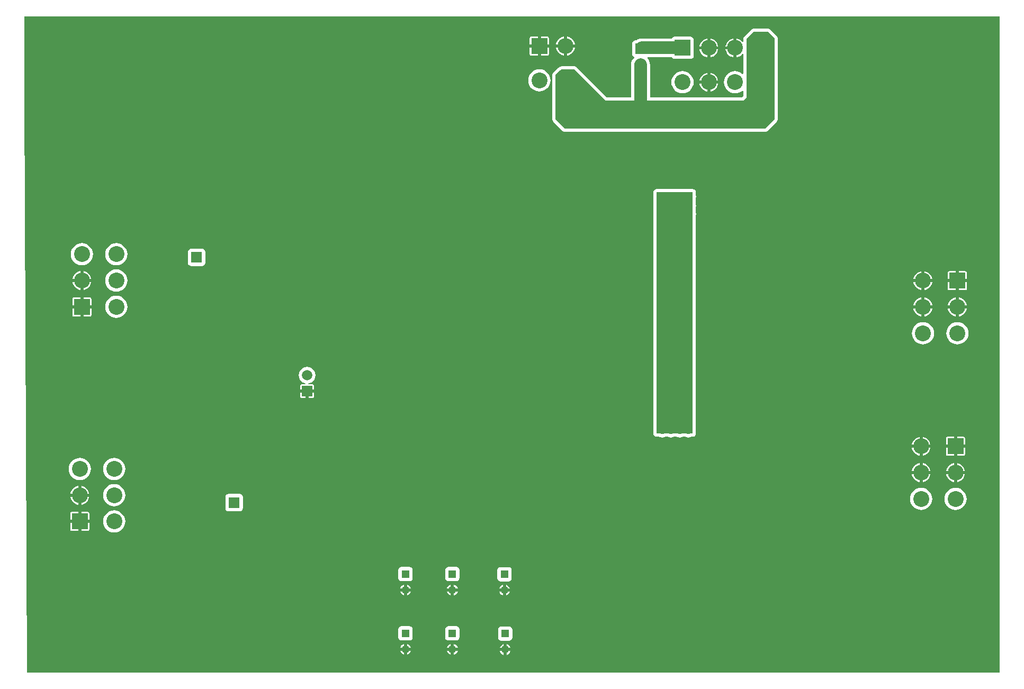
<source format=gbl>
G04 Layer_Physical_Order=2*
G04 Layer_Color=255*
%FSLAX44Y44*%
%MOMM*%
G71*
G01*
G75*
%ADD12R,2.5400X2.5400*%
%ADD21C,2.0000*%
%ADD36R,1.7780X1.7780*%
%ADD37C,1.2700*%
%ADD38R,1.2700X1.2700*%
%ADD39C,2.5400*%
%ADD40R,2.5400X2.5400*%
%ADD41R,1.6700X1.6700*%
%ADD42C,1.6700*%
%ADD43C,8.0000*%
%ADD44R,5.8000X38.6000*%
G36*
X-9400Y10400D02*
X-1564400D01*
X-1568783Y930715D01*
Y1060400D01*
X-9400D01*
Y10400D01*
D02*
G37*
%LPC*%
G36*
X-1425300Y311986D02*
X-1428770Y311644D01*
X-1432106Y310632D01*
X-1435181Y308988D01*
X-1437876Y306776D01*
X-1440088Y304081D01*
X-1441732Y301006D01*
X-1442744Y297670D01*
X-1443086Y294200D01*
X-1442744Y290730D01*
X-1441732Y287394D01*
X-1440088Y284319D01*
X-1437876Y281624D01*
X-1435181Y279412D01*
X-1432106Y277768D01*
X-1428770Y276756D01*
X-1425300Y276414D01*
X-1421830Y276756D01*
X-1418494Y277768D01*
X-1415419Y279412D01*
X-1412724Y281624D01*
X-1410512Y284319D01*
X-1408868Y287394D01*
X-1407856Y290730D01*
X-1407514Y294200D01*
X-1407856Y297670D01*
X-1408868Y301006D01*
X-1410512Y304081D01*
X-1412724Y306776D01*
X-1415419Y308988D01*
X-1418494Y310632D01*
X-1421830Y311644D01*
X-1425300Y311986D01*
D02*
G37*
G36*
X-79900Y306186D02*
X-83370Y305844D01*
X-86706Y304832D01*
X-89781Y303188D01*
X-92476Y300976D01*
X-94688Y298281D01*
X-96332Y295206D01*
X-97344Y291870D01*
X-97686Y288400D01*
X-97344Y284930D01*
X-96332Y281594D01*
X-94688Y278519D01*
X-92476Y275824D01*
X-89781Y273612D01*
X-86706Y271968D01*
X-83370Y270956D01*
X-79900Y270614D01*
X-76430Y270956D01*
X-73094Y271968D01*
X-70019Y273612D01*
X-67324Y275824D01*
X-65112Y278519D01*
X-63468Y281594D01*
X-62456Y284930D01*
X-62114Y288400D01*
X-62456Y291870D01*
X-63468Y295206D01*
X-65112Y298281D01*
X-67324Y300976D01*
X-70019Y303188D01*
X-73094Y304832D01*
X-76430Y305844D01*
X-79900Y306186D01*
D02*
G37*
G36*
X-134900D02*
X-138370Y305844D01*
X-141706Y304832D01*
X-144781Y303188D01*
X-147476Y300976D01*
X-149688Y298281D01*
X-151332Y295206D01*
X-152344Y291870D01*
X-152686Y288400D01*
X-152344Y284930D01*
X-151332Y281594D01*
X-149688Y278519D01*
X-147476Y275824D01*
X-144781Y273612D01*
X-141706Y271968D01*
X-138370Y270956D01*
X-134900Y270614D01*
X-131430Y270956D01*
X-128094Y271968D01*
X-125019Y273612D01*
X-122324Y275824D01*
X-120112Y278519D01*
X-118468Y281594D01*
X-117456Y284930D01*
X-117114Y288400D01*
X-117456Y291870D01*
X-118468Y295206D01*
X-120112Y298281D01*
X-122324Y300976D01*
X-125019Y303188D01*
X-128094Y304832D01*
X-131430Y305844D01*
X-134900Y306186D01*
D02*
G37*
G36*
X-1465233Y291700D02*
X-1477800D01*
Y279132D01*
X-1477312Y279181D01*
X-1474440Y280052D01*
X-1471792Y281467D01*
X-1469471Y283372D01*
X-1467567Y285692D01*
X-1466152Y288340D01*
X-1465280Y291212D01*
X-1465233Y291700D01*
D02*
G37*
G36*
X-1477800Y309268D02*
Y296700D01*
X-1465233D01*
X-1465280Y297188D01*
X-1466152Y300060D01*
X-1467567Y302708D01*
X-1469471Y305028D01*
X-1471792Y306933D01*
X-1474440Y308348D01*
X-1477312Y309219D01*
X-1477800Y309268D01*
D02*
G37*
G36*
X-1482800Y309268D02*
X-1483288Y309219D01*
X-1486160Y308348D01*
X-1488808Y306933D01*
X-1491128Y305028D01*
X-1493033Y302708D01*
X-1494448Y300060D01*
X-1495320Y297188D01*
X-1495367Y296700D01*
X-1482800D01*
Y309268D01*
D02*
G37*
G36*
Y291700D02*
X-1495367D01*
X-1495320Y291212D01*
X-1494448Y288340D01*
X-1493033Y285692D01*
X-1491128Y283372D01*
X-1488808Y281467D01*
X-1486160Y280052D01*
X-1483288Y279181D01*
X-1482800Y279132D01*
Y291700D01*
D02*
G37*
G36*
X-1482800Y249700D02*
X-1495590D01*
Y239500D01*
X-1495393Y238509D01*
X-1494831Y237669D01*
X-1493991Y237107D01*
X-1493000Y236910D01*
X-1482800D01*
Y249700D01*
D02*
G37*
G36*
X-1425300Y269986D02*
X-1428770Y269644D01*
X-1432106Y268632D01*
X-1435181Y266988D01*
X-1437876Y264776D01*
X-1440088Y262081D01*
X-1441732Y259006D01*
X-1442744Y255670D01*
X-1443086Y252200D01*
X-1442744Y248730D01*
X-1441732Y245394D01*
X-1440088Y242319D01*
X-1437876Y239624D01*
X-1435181Y237412D01*
X-1432106Y235768D01*
X-1428770Y234756D01*
X-1425300Y234414D01*
X-1421830Y234756D01*
X-1418494Y235768D01*
X-1415419Y237412D01*
X-1412724Y239624D01*
X-1410512Y242319D01*
X-1408868Y245394D01*
X-1407856Y248730D01*
X-1407514Y252200D01*
X-1407856Y255670D01*
X-1408868Y259006D01*
X-1410512Y262081D01*
X-1412724Y264776D01*
X-1415419Y266988D01*
X-1418494Y268632D01*
X-1421830Y269644D01*
X-1425300Y269986D01*
D02*
G37*
G36*
X-878050Y179548D02*
X-890750D01*
X-892701Y179160D01*
X-894355Y178055D01*
X-895460Y176401D01*
X-895848Y174450D01*
Y161750D01*
X-895460Y159799D01*
X-894355Y158145D01*
X-892701Y157040D01*
X-890750Y156652D01*
X-878050D01*
X-876099Y157040D01*
X-874445Y158145D01*
X-873340Y159799D01*
X-872952Y161750D01*
Y174450D01*
X-873340Y176401D01*
X-874445Y178055D01*
X-876099Y179160D01*
X-878050Y179548D01*
D02*
G37*
G36*
X-1465010Y249700D02*
X-1477800D01*
Y236910D01*
X-1467600D01*
X-1466609Y237107D01*
X-1465769Y237669D01*
X-1465207Y238509D01*
X-1465010Y239500D01*
Y249700D01*
D02*
G37*
G36*
X-1224510Y296388D02*
X-1242290D01*
X-1244241Y296000D01*
X-1245895Y294895D01*
X-1247000Y293241D01*
X-1247388Y291290D01*
Y273510D01*
X-1247000Y271559D01*
X-1245895Y269905D01*
X-1244241Y268800D01*
X-1242290Y268412D01*
X-1224510D01*
X-1222559Y268800D01*
X-1220905Y269905D01*
X-1219800Y271559D01*
X-1219412Y273510D01*
Y291290D01*
X-1219800Y293241D01*
X-1220905Y294895D01*
X-1222559Y296000D01*
X-1224510Y296388D01*
D02*
G37*
G36*
X-1467600Y267490D02*
X-1477800D01*
Y254700D01*
X-1465010D01*
Y264900D01*
X-1465207Y265891D01*
X-1465769Y266731D01*
X-1466609Y267293D01*
X-1467600Y267490D01*
D02*
G37*
G36*
X-1482800D02*
X-1493000D01*
X-1493991Y267293D01*
X-1494831Y266731D01*
X-1495393Y265891D01*
X-1495590Y264900D01*
Y254700D01*
X-1482800D01*
Y267490D01*
D02*
G37*
G36*
X-82400Y327900D02*
X-94967D01*
X-94920Y327412D01*
X-94048Y324540D01*
X-92633Y321892D01*
X-90728Y319572D01*
X-88408Y317667D01*
X-85760Y316252D01*
X-82888Y315380D01*
X-82400Y315333D01*
Y327900D01*
D02*
G37*
G36*
X-82400Y369900D02*
X-95190D01*
Y359700D01*
X-94993Y358709D01*
X-94431Y357869D01*
X-93591Y357307D01*
X-92600Y357110D01*
X-82400D01*
Y369900D01*
D02*
G37*
G36*
X-77400Y345467D02*
Y332900D01*
X-64833D01*
X-64880Y333388D01*
X-65752Y336260D01*
X-67167Y338908D01*
X-69071Y341228D01*
X-71392Y343133D01*
X-74040Y344548D01*
X-76912Y345420D01*
X-77400Y345467D01*
D02*
G37*
G36*
X-82400Y345467D02*
X-82888Y345420D01*
X-85760Y344548D01*
X-88408Y343133D01*
X-90728Y341228D01*
X-92633Y338908D01*
X-94048Y336260D01*
X-94920Y333388D01*
X-94967Y332900D01*
X-82400D01*
Y345467D01*
D02*
G37*
G36*
X-64610Y369900D02*
X-77400D01*
Y357110D01*
X-67200D01*
X-66209Y357307D01*
X-65369Y357869D01*
X-64807Y358709D01*
X-64610Y359700D01*
Y369900D01*
D02*
G37*
G36*
X-137400Y387467D02*
X-137888Y387420D01*
X-140760Y386548D01*
X-143408Y385133D01*
X-145728Y383228D01*
X-147633Y380908D01*
X-149048Y378260D01*
X-149920Y375388D01*
X-149967Y374900D01*
X-137400D01*
Y387467D01*
D02*
G37*
G36*
Y369900D02*
X-149967D01*
X-149920Y369412D01*
X-149048Y366540D01*
X-147633Y363892D01*
X-145728Y361572D01*
X-143408Y359667D01*
X-140760Y358252D01*
X-137888Y357380D01*
X-137400Y357332D01*
Y369900D01*
D02*
G37*
G36*
X-119832D02*
X-132400D01*
Y357332D01*
X-131912Y357380D01*
X-129040Y358252D01*
X-126392Y359667D01*
X-124072Y361572D01*
X-122167Y363892D01*
X-120752Y366540D01*
X-119881Y369412D01*
X-119832Y369900D01*
D02*
G37*
G36*
X-64833Y327900D02*
X-77400D01*
Y315333D01*
X-76912Y315380D01*
X-74040Y316252D01*
X-71392Y317667D01*
X-69071Y319572D01*
X-67167Y321892D01*
X-65752Y324540D01*
X-64880Y327412D01*
X-64833Y327900D01*
D02*
G37*
G36*
X-119832Y327900D02*
X-132400D01*
Y315333D01*
X-131912Y315380D01*
X-129040Y316252D01*
X-126392Y317667D01*
X-124072Y319572D01*
X-122167Y321892D01*
X-120752Y324540D01*
X-119881Y327412D01*
X-119832Y327900D01*
D02*
G37*
G36*
X-137400D02*
X-149967D01*
X-149920Y327412D01*
X-149048Y324540D01*
X-147633Y321892D01*
X-145728Y319572D01*
X-143408Y317667D01*
X-140760Y316252D01*
X-137888Y315380D01*
X-137400Y315333D01*
Y327900D01*
D02*
G37*
G36*
X-1480300Y353986D02*
X-1483770Y353644D01*
X-1487106Y352632D01*
X-1490181Y350988D01*
X-1492876Y348776D01*
X-1495088Y346081D01*
X-1496732Y343006D01*
X-1497744Y339670D01*
X-1498086Y336200D01*
X-1497744Y332730D01*
X-1496732Y329394D01*
X-1495088Y326319D01*
X-1492876Y323624D01*
X-1490181Y321412D01*
X-1487106Y319768D01*
X-1483770Y318756D01*
X-1480300Y318414D01*
X-1476830Y318756D01*
X-1473494Y319768D01*
X-1470419Y321412D01*
X-1467724Y323624D01*
X-1465512Y326319D01*
X-1463868Y329394D01*
X-1462856Y332730D01*
X-1462514Y336200D01*
X-1462856Y339670D01*
X-1463868Y343006D01*
X-1465512Y346081D01*
X-1467724Y348776D01*
X-1470419Y350988D01*
X-1473494Y352632D01*
X-1476830Y353644D01*
X-1480300Y353986D01*
D02*
G37*
G36*
X-132400Y345467D02*
Y332900D01*
X-119832D01*
X-119881Y333388D01*
X-120752Y336260D01*
X-122167Y338908D01*
X-124072Y341228D01*
X-126392Y343133D01*
X-129040Y344548D01*
X-131912Y345420D01*
X-132400Y345467D01*
D02*
G37*
G36*
X-137400D02*
X-137888Y345420D01*
X-140760Y344548D01*
X-143408Y343133D01*
X-145728Y341228D01*
X-147633Y338908D01*
X-149048Y336260D01*
X-149920Y333388D01*
X-149967Y332900D01*
X-137400D01*
Y345467D01*
D02*
G37*
G36*
X-1425300Y353986D02*
X-1428770Y353644D01*
X-1432106Y352632D01*
X-1435181Y350988D01*
X-1437876Y348776D01*
X-1440088Y346081D01*
X-1441732Y343006D01*
X-1442744Y339670D01*
X-1443086Y336200D01*
X-1442744Y332730D01*
X-1441732Y329394D01*
X-1440088Y326319D01*
X-1437876Y323624D01*
X-1435181Y321412D01*
X-1432106Y319768D01*
X-1428770Y318756D01*
X-1425300Y318414D01*
X-1421830Y318756D01*
X-1418494Y319768D01*
X-1415419Y321412D01*
X-1412724Y323624D01*
X-1410512Y326319D01*
X-1408868Y329394D01*
X-1407856Y332730D01*
X-1407514Y336200D01*
X-1407856Y339670D01*
X-1408868Y343006D01*
X-1410512Y346081D01*
X-1412724Y348776D01*
X-1415419Y350988D01*
X-1418494Y352632D01*
X-1421830Y353644D01*
X-1425300Y353986D01*
D02*
G37*
G36*
X-881900Y56287D02*
Y50200D01*
X-875813D01*
X-876635Y52183D01*
X-878060Y54040D01*
X-879917Y55465D01*
X-881900Y56287D01*
D02*
G37*
G36*
X-886900Y56287D02*
X-888883Y55465D01*
X-890740Y54040D01*
X-892165Y52183D01*
X-892987Y50200D01*
X-886900D01*
Y56287D01*
D02*
G37*
G36*
X-797500Y55887D02*
Y49800D01*
X-791413D01*
X-792235Y51783D01*
X-793660Y53640D01*
X-795517Y55065D01*
X-797500Y55887D01*
D02*
G37*
G36*
X-961900Y56287D02*
X-963883Y55465D01*
X-965740Y54040D01*
X-967165Y52183D01*
X-967987Y50200D01*
X-961900D01*
Y56287D01*
D02*
G37*
G36*
X-953050Y84548D02*
X-965750D01*
X-967701Y84160D01*
X-969355Y83055D01*
X-970460Y81401D01*
X-970848Y79450D01*
Y66750D01*
X-970460Y64799D01*
X-969355Y63145D01*
X-967701Y62040D01*
X-965750Y61652D01*
X-953050D01*
X-951099Y62040D01*
X-949445Y63145D01*
X-948340Y64799D01*
X-947952Y66750D01*
Y79450D01*
X-948340Y81401D01*
X-949445Y83055D01*
X-951099Y84160D01*
X-953050Y84548D01*
D02*
G37*
G36*
X-793650Y84148D02*
X-806350D01*
X-808301Y83760D01*
X-809955Y82655D01*
X-811060Y81001D01*
X-811448Y79050D01*
Y66350D01*
X-811060Y64399D01*
X-809955Y62745D01*
X-808301Y61640D01*
X-806350Y61252D01*
X-793650D01*
X-791699Y61640D01*
X-790045Y62745D01*
X-788940Y64399D01*
X-788552Y66350D01*
Y79050D01*
X-788940Y81001D01*
X-790045Y82655D01*
X-791699Y83760D01*
X-793650Y84148D01*
D02*
G37*
G36*
X-956900Y56287D02*
Y50200D01*
X-950813D01*
X-951635Y52183D01*
X-953060Y54040D01*
X-954917Y55465D01*
X-956900Y56287D01*
D02*
G37*
G36*
X-961900Y45200D02*
X-967987D01*
X-967165Y43217D01*
X-965740Y41360D01*
X-963883Y39935D01*
X-961900Y39113D01*
Y45200D01*
D02*
G37*
G36*
X-791413Y44800D02*
X-797500D01*
Y38713D01*
X-795517Y39535D01*
X-793660Y40960D01*
X-792235Y42817D01*
X-791413Y44800D01*
D02*
G37*
G36*
X-802500D02*
X-808587D01*
X-807765Y42817D01*
X-806340Y40960D01*
X-804483Y39535D01*
X-802500Y38713D01*
Y44800D01*
D02*
G37*
G36*
X-875813Y45200D02*
X-881900D01*
Y39113D01*
X-879917Y39935D01*
X-878060Y41360D01*
X-876635Y43217D01*
X-875813Y45200D01*
D02*
G37*
G36*
X-802500Y55887D02*
X-804483Y55065D01*
X-806340Y53640D01*
X-807765Y51783D01*
X-808587Y49800D01*
X-802500D01*
Y55887D01*
D02*
G37*
G36*
X-950813Y45200D02*
X-956900D01*
Y39113D01*
X-954917Y39935D01*
X-953060Y41360D01*
X-951635Y43217D01*
X-950813Y45200D01*
D02*
G37*
G36*
X-886900Y45200D02*
X-892987D01*
X-892165Y43217D01*
X-890740Y41360D01*
X-888883Y39935D01*
X-886900Y39113D01*
Y45200D01*
D02*
G37*
G36*
X-878050Y84548D02*
X-890750D01*
X-892701Y84160D01*
X-894355Y83055D01*
X-895460Y81401D01*
X-895848Y79450D01*
Y66750D01*
X-895460Y64799D01*
X-894355Y63145D01*
X-892701Y62040D01*
X-890750Y61652D01*
X-878050D01*
X-876099Y62040D01*
X-874445Y63145D01*
X-873340Y64799D01*
X-872952Y66750D01*
Y79450D01*
X-873340Y81401D01*
X-874445Y83055D01*
X-876099Y84160D01*
X-878050Y84548D01*
D02*
G37*
G36*
X-881900Y151287D02*
Y145200D01*
X-875813D01*
X-876635Y147183D01*
X-878060Y149040D01*
X-879917Y150465D01*
X-881900Y151287D01*
D02*
G37*
G36*
X-886900Y151287D02*
X-888883Y150465D01*
X-890740Y149040D01*
X-892165Y147183D01*
X-892987Y145200D01*
X-886900D01*
Y151287D01*
D02*
G37*
G36*
X-798500Y150887D02*
Y144800D01*
X-792413D01*
X-793235Y146783D01*
X-794660Y148640D01*
X-796517Y150065D01*
X-798500Y150887D01*
D02*
G37*
G36*
X-961900Y151287D02*
X-963883Y150465D01*
X-965740Y149040D01*
X-967165Y147183D01*
X-967987Y145200D01*
X-961900D01*
Y151287D01*
D02*
G37*
G36*
X-953050Y179548D02*
X-965750D01*
X-967701Y179160D01*
X-969355Y178055D01*
X-970460Y176401D01*
X-970848Y174450D01*
Y161750D01*
X-970460Y159799D01*
X-969355Y158145D01*
X-967701Y157040D01*
X-965750Y156652D01*
X-953050D01*
X-951099Y157040D01*
X-949445Y158145D01*
X-948340Y159799D01*
X-947952Y161750D01*
Y174450D01*
X-948340Y176401D01*
X-949445Y178055D01*
X-951099Y179160D01*
X-953050Y179548D01*
D02*
G37*
G36*
X-794650Y179148D02*
X-807350D01*
X-809301Y178760D01*
X-810955Y177655D01*
X-812060Y176001D01*
X-812448Y174050D01*
Y161350D01*
X-812060Y159399D01*
X-810955Y157745D01*
X-809301Y156640D01*
X-807350Y156252D01*
X-794650D01*
X-792699Y156640D01*
X-791045Y157745D01*
X-789940Y159399D01*
X-789552Y161350D01*
Y174050D01*
X-789940Y176001D01*
X-791045Y177655D01*
X-792699Y178760D01*
X-794650Y179148D01*
D02*
G37*
G36*
X-956900Y151287D02*
Y145200D01*
X-950813D01*
X-951635Y147183D01*
X-953060Y149040D01*
X-954917Y150465D01*
X-956900Y151287D01*
D02*
G37*
G36*
X-875813Y140200D02*
X-881900D01*
Y134113D01*
X-879917Y134935D01*
X-878060Y136360D01*
X-876635Y138217D01*
X-875813Y140200D01*
D02*
G37*
G36*
X-803500Y139800D02*
X-809587D01*
X-808765Y137817D01*
X-807340Y135960D01*
X-805483Y134535D01*
X-803500Y133713D01*
Y139800D01*
D02*
G37*
G36*
X-792413D02*
X-798500D01*
Y133713D01*
X-796517Y134535D01*
X-794660Y135960D01*
X-793235Y137817D01*
X-792413Y139800D01*
D02*
G37*
G36*
X-961900Y140200D02*
X-967987D01*
X-967165Y138217D01*
X-965740Y136360D01*
X-963883Y134935D01*
X-961900Y134113D01*
Y140200D01*
D02*
G37*
G36*
X-803500Y150887D02*
X-805483Y150065D01*
X-807340Y148640D01*
X-808765Y146783D01*
X-809587Y144800D01*
X-803500D01*
Y150887D01*
D02*
G37*
G36*
X-886900Y140200D02*
X-892987D01*
X-892165Y138217D01*
X-890740Y136360D01*
X-888883Y134935D01*
X-886900Y134113D01*
Y140200D01*
D02*
G37*
G36*
X-950813Y140200D02*
X-956900D01*
Y134113D01*
X-954917Y134935D01*
X-953060Y136360D01*
X-951635Y138217D01*
X-950813Y140200D01*
D02*
G37*
G36*
X-132400Y387467D02*
Y374900D01*
X-119832D01*
X-119881Y375388D01*
X-120752Y378260D01*
X-122167Y380908D01*
X-124072Y383228D01*
X-126392Y385133D01*
X-129040Y386548D01*
X-131912Y387420D01*
X-132400Y387467D01*
D02*
G37*
G36*
X-476900Y952400D02*
X-489468D01*
X-489420Y951912D01*
X-488548Y949040D01*
X-487133Y946392D01*
X-485229Y944072D01*
X-482908Y942167D01*
X-480260Y940752D01*
X-477388Y939881D01*
X-476900Y939833D01*
Y952400D01*
D02*
G37*
G36*
X-516400Y972686D02*
X-519870Y972344D01*
X-523206Y971332D01*
X-526281Y969688D01*
X-528976Y967476D01*
X-531188Y964781D01*
X-532832Y961706D01*
X-533844Y958370D01*
X-534186Y954900D01*
X-533844Y951430D01*
X-532832Y948094D01*
X-531188Y945019D01*
X-528976Y942324D01*
X-526281Y940112D01*
X-523206Y938468D01*
X-519870Y937456D01*
X-516400Y937114D01*
X-512930Y937456D01*
X-509594Y938468D01*
X-506519Y940112D01*
X-503824Y942324D01*
X-501612Y945019D01*
X-499968Y948094D01*
X-498956Y951430D01*
X-498614Y954900D01*
X-498956Y958370D01*
X-499968Y961706D01*
X-501612Y964781D01*
X-503824Y967476D01*
X-506519Y969688D01*
X-509594Y971332D01*
X-512930Y972344D01*
X-516400Y972686D01*
D02*
G37*
G36*
X-1421900Y697486D02*
X-1425370Y697144D01*
X-1428706Y696132D01*
X-1431781Y694488D01*
X-1434476Y692276D01*
X-1436688Y689581D01*
X-1438332Y686506D01*
X-1439344Y683170D01*
X-1439686Y679700D01*
X-1439344Y676230D01*
X-1438332Y672894D01*
X-1436688Y669819D01*
X-1434476Y667124D01*
X-1431781Y664912D01*
X-1428706Y663268D01*
X-1425370Y662256D01*
X-1421900Y661914D01*
X-1418430Y662256D01*
X-1415094Y663268D01*
X-1412019Y664912D01*
X-1409324Y667124D01*
X-1407112Y669819D01*
X-1405468Y672894D01*
X-1404456Y676230D01*
X-1404114Y679700D01*
X-1404456Y683170D01*
X-1405468Y686506D01*
X-1407112Y689581D01*
X-1409324Y692276D01*
X-1412019Y694488D01*
X-1415094Y696132D01*
X-1418430Y697144D01*
X-1421900Y697486D01*
D02*
G37*
G36*
X-459333Y952400D02*
X-471900D01*
Y939833D01*
X-471412Y939881D01*
X-468540Y940752D01*
X-465892Y942167D01*
X-463572Y944072D01*
X-461667Y946392D01*
X-460252Y949040D01*
X-459380Y951912D01*
X-459333Y952400D01*
D02*
G37*
G36*
X-471900Y969967D02*
Y957400D01*
X-459333D01*
X-459380Y957888D01*
X-460252Y960760D01*
X-461667Y963408D01*
X-463572Y965728D01*
X-465892Y967633D01*
X-468540Y969048D01*
X-471412Y969920D01*
X-471900Y969967D01*
D02*
G37*
G36*
X-476900D02*
X-477388Y969920D01*
X-480260Y969048D01*
X-482908Y967633D01*
X-485229Y965728D01*
X-487133Y963408D01*
X-488548Y960760D01*
X-489420Y957888D01*
X-489468Y957400D01*
X-476900D01*
Y969967D01*
D02*
G37*
G36*
X-745400Y975686D02*
X-748870Y975344D01*
X-752206Y974332D01*
X-755281Y972688D01*
X-757976Y970476D01*
X-760188Y967781D01*
X-761832Y964706D01*
X-762844Y961370D01*
X-763186Y957900D01*
X-762844Y954430D01*
X-761832Y951094D01*
X-760188Y948019D01*
X-757976Y945324D01*
X-755281Y943112D01*
X-752206Y941468D01*
X-748870Y940456D01*
X-745400Y940114D01*
X-741930Y940456D01*
X-738594Y941468D01*
X-735519Y943112D01*
X-732824Y945324D01*
X-730612Y948019D01*
X-728968Y951094D01*
X-727956Y954430D01*
X-727614Y957900D01*
X-727956Y961370D01*
X-728968Y964706D01*
X-730612Y967781D01*
X-732824Y970476D01*
X-735519Y972688D01*
X-738594Y974332D01*
X-741930Y975344D01*
X-745400Y975686D01*
D02*
G37*
G36*
X-64200Y652690D02*
X-74400D01*
Y639900D01*
X-61610D01*
Y650100D01*
X-61807Y651091D01*
X-62369Y651931D01*
X-63209Y652493D01*
X-64200Y652690D01*
D02*
G37*
G36*
X-79400D02*
X-89600D01*
X-90591Y652493D01*
X-91431Y651931D01*
X-91993Y651091D01*
X-92190Y650100D01*
Y639900D01*
X-79400D01*
Y652690D01*
D02*
G37*
G36*
X-129400Y652467D02*
Y639900D01*
X-116833D01*
X-116881Y640388D01*
X-117752Y643260D01*
X-119167Y645908D01*
X-121072Y648229D01*
X-123392Y650133D01*
X-126040Y651548D01*
X-128912Y652420D01*
X-129400Y652467D01*
D02*
G37*
G36*
X-1479400Y652768D02*
X-1479888Y652719D01*
X-1482760Y651848D01*
X-1485408Y650433D01*
X-1487728Y648529D01*
X-1489633Y646208D01*
X-1491048Y643560D01*
X-1491919Y640688D01*
X-1491967Y640200D01*
X-1479400D01*
Y652768D01*
D02*
G37*
G36*
X-1476900Y697486D02*
X-1480370Y697144D01*
X-1483706Y696132D01*
X-1486781Y694488D01*
X-1489476Y692276D01*
X-1491688Y689581D01*
X-1493332Y686506D01*
X-1494344Y683170D01*
X-1494686Y679700D01*
X-1494344Y676230D01*
X-1493332Y672894D01*
X-1491688Y669819D01*
X-1489476Y667124D01*
X-1486781Y664912D01*
X-1483706Y663268D01*
X-1480370Y662256D01*
X-1476900Y661914D01*
X-1473430Y662256D01*
X-1470094Y663268D01*
X-1467019Y664912D01*
X-1464324Y667124D01*
X-1462112Y669819D01*
X-1460468Y672894D01*
X-1459456Y676230D01*
X-1459114Y679700D01*
X-1459456Y683170D01*
X-1460468Y686506D01*
X-1462112Y689581D01*
X-1464324Y692276D01*
X-1467019Y694488D01*
X-1470094Y696132D01*
X-1473430Y697144D01*
X-1476900Y697486D01*
D02*
G37*
G36*
X-1284510Y688688D02*
X-1302290D01*
X-1304241Y688300D01*
X-1305895Y687195D01*
X-1307000Y685541D01*
X-1307388Y683590D01*
Y665810D01*
X-1307000Y663859D01*
X-1305895Y662205D01*
X-1304241Y661100D01*
X-1302290Y660712D01*
X-1284510D01*
X-1282559Y661100D01*
X-1280905Y662205D01*
X-1279800Y663859D01*
X-1279412Y665810D01*
Y683590D01*
X-1279800Y685541D01*
X-1280905Y687195D01*
X-1282559Y688300D01*
X-1284510Y688688D01*
D02*
G37*
G36*
X-1474400Y652767D02*
Y640200D01*
X-1461832D01*
X-1461880Y640688D01*
X-1462752Y643560D01*
X-1464167Y646208D01*
X-1466071Y648529D01*
X-1468392Y650433D01*
X-1471040Y651848D01*
X-1473912Y652719D01*
X-1474400Y652767D01*
D02*
G37*
G36*
X-476900Y1007400D02*
X-489468D01*
X-489420Y1006912D01*
X-488548Y1004040D01*
X-487133Y1001392D01*
X-485229Y999072D01*
X-482908Y997167D01*
X-480260Y995752D01*
X-477388Y994881D01*
X-476900Y994833D01*
Y1007400D01*
D02*
G37*
G36*
X-747900Y1028190D02*
X-758100D01*
X-759091Y1027993D01*
X-759931Y1027431D01*
X-760493Y1026591D01*
X-760690Y1025600D01*
Y1015400D01*
X-747900D01*
Y1028190D01*
D02*
G37*
G36*
X-434900Y1024967D02*
X-435388Y1024920D01*
X-438260Y1024048D01*
X-440908Y1022633D01*
X-443228Y1020728D01*
X-445133Y1018408D01*
X-446548Y1015760D01*
X-447420Y1012888D01*
X-447467Y1012400D01*
X-434900D01*
Y1024967D01*
D02*
G37*
G36*
X-471900D02*
Y1012400D01*
X-459333D01*
X-459380Y1012888D01*
X-460252Y1015760D01*
X-461667Y1018408D01*
X-463572Y1020728D01*
X-465892Y1022633D01*
X-468540Y1024048D01*
X-471412Y1024920D01*
X-471900Y1024967D01*
D02*
G37*
G36*
X-732700Y1028190D02*
X-742900D01*
Y1015400D01*
X-730110D01*
Y1025600D01*
X-730307Y1026591D01*
X-730869Y1027431D01*
X-731709Y1027993D01*
X-732700Y1028190D01*
D02*
G37*
G36*
X-379400Y1040498D02*
X-403053D01*
X-405004Y1040110D01*
X-406657Y1039005D01*
X-417581Y1028081D01*
X-418686Y1026427D01*
X-419074Y1024476D01*
Y1019688D01*
X-420344Y1019233D01*
X-421572Y1020728D01*
X-423892Y1022633D01*
X-426540Y1024048D01*
X-429412Y1024920D01*
X-429900Y1024967D01*
Y1009900D01*
Y994833D01*
X-429412Y994881D01*
X-426540Y995752D01*
X-423892Y997167D01*
X-421572Y999072D01*
X-420344Y1000567D01*
X-419074Y1000113D01*
Y968504D01*
X-420344Y967904D01*
X-422519Y969688D01*
X-425594Y971332D01*
X-428930Y972344D01*
X-432400Y972686D01*
X-435870Y972344D01*
X-439206Y971332D01*
X-442281Y969688D01*
X-444976Y967476D01*
X-447188Y964781D01*
X-448832Y961706D01*
X-449844Y958370D01*
X-450186Y954900D01*
X-449844Y951430D01*
X-448832Y948094D01*
X-447188Y945019D01*
X-444976Y942324D01*
X-442281Y940112D01*
X-439206Y938468D01*
X-435870Y937456D01*
X-432400Y937114D01*
X-428930Y937456D01*
X-425594Y938468D01*
X-422519Y940112D01*
X-420344Y941896D01*
X-419074Y941296D01*
Y932935D01*
X-421512Y930498D01*
X-568327D01*
Y983000D01*
X-568617Y985940D01*
X-569475Y988768D01*
X-570868Y991374D01*
X-572660Y993557D01*
X-572550Y994195D01*
X-572324Y994827D01*
X-533528D01*
X-532705Y993595D01*
X-531051Y992490D01*
X-529100Y992102D01*
X-503700D01*
X-501749Y992490D01*
X-500095Y993595D01*
X-498990Y995249D01*
X-498602Y997200D01*
Y1022600D01*
X-498990Y1024551D01*
X-500095Y1026205D01*
X-501749Y1027310D01*
X-503700Y1027698D01*
X-529100D01*
X-531051Y1027310D01*
X-532705Y1026205D01*
X-533528Y1024973D01*
X-581900D01*
X-584841Y1024683D01*
X-587668Y1023825D01*
X-590274Y1022432D01*
X-590986Y1021848D01*
X-591750D01*
X-593701Y1021460D01*
X-595355Y1020355D01*
X-596460Y1018701D01*
X-596848Y1016750D01*
Y1011165D01*
X-596973Y1009900D01*
X-596848Y1008635D01*
Y1000050D01*
X-596460Y998099D01*
X-595355Y996445D01*
X-593871Y995454D01*
X-593512Y994106D01*
X-594058Y993658D01*
X-595932Y991374D01*
X-597325Y988768D01*
X-598183Y985940D01*
X-598473Y983000D01*
Y930498D01*
X-637288D01*
X-685795Y979005D01*
X-687449Y980110D01*
X-689400Y980498D01*
X-709400D01*
X-709944Y980390D01*
X-710498Y980378D01*
X-710910Y980198D01*
X-711351Y980110D01*
X-711812Y979802D01*
X-712320Y979579D01*
X-716201Y976867D01*
X-716512Y976543D01*
X-716886Y976293D01*
X-723005Y970174D01*
X-724110Y968520D01*
X-724498Y966569D01*
Y895400D01*
X-724110Y893449D01*
X-723005Y891795D01*
X-708005Y876795D01*
X-706351Y875690D01*
X-704400Y875302D01*
X-384400D01*
X-382449Y875690D01*
X-380795Y876795D01*
X-365795Y891795D01*
X-364690Y893449D01*
X-364302Y895400D01*
Y1025400D01*
X-364690Y1027351D01*
X-365795Y1029005D01*
X-375795Y1039005D01*
X-377449Y1040110D01*
X-379400Y1040498D01*
D02*
G37*
G36*
X-700900Y1027968D02*
Y1015400D01*
X-688333D01*
X-688381Y1015888D01*
X-689252Y1018760D01*
X-690667Y1021408D01*
X-692571Y1023728D01*
X-694892Y1025633D01*
X-697540Y1027048D01*
X-700412Y1027919D01*
X-700900Y1027968D01*
D02*
G37*
G36*
X-705900D02*
X-706388Y1027919D01*
X-709260Y1027048D01*
X-711908Y1025633D01*
X-714228Y1023728D01*
X-716133Y1021408D01*
X-717548Y1018760D01*
X-718419Y1015888D01*
X-718467Y1015400D01*
X-705900D01*
Y1027968D01*
D02*
G37*
G36*
X-747900Y1010400D02*
X-760690D01*
Y1000200D01*
X-760493Y999209D01*
X-759931Y998369D01*
X-759091Y997807D01*
X-758100Y997610D01*
X-747900D01*
Y1010400D01*
D02*
G37*
G36*
X-434900Y1007400D02*
X-447467D01*
X-447420Y1006912D01*
X-446548Y1004040D01*
X-445133Y1001392D01*
X-443228Y999072D01*
X-440908Y997167D01*
X-438260Y995752D01*
X-435388Y994881D01*
X-434900Y994833D01*
Y1007400D01*
D02*
G37*
G36*
X-459333D02*
X-471900D01*
Y994833D01*
X-471412Y994881D01*
X-468540Y995752D01*
X-465892Y997167D01*
X-463572Y999072D01*
X-461667Y1001392D01*
X-460252Y1004040D01*
X-459380Y1006912D01*
X-459333Y1007400D01*
D02*
G37*
G36*
X-730110Y1010400D02*
X-742900D01*
Y997610D01*
X-732700D01*
X-731709Y997807D01*
X-730869Y998369D01*
X-730307Y999209D01*
X-730110Y1000200D01*
Y1010400D01*
D02*
G37*
G36*
X-476900Y1024967D02*
X-477388Y1024920D01*
X-480260Y1024048D01*
X-482908Y1022633D01*
X-485229Y1020728D01*
X-487133Y1018408D01*
X-488548Y1015760D01*
X-489420Y1012888D01*
X-489468Y1012400D01*
X-476900D01*
Y1024967D01*
D02*
G37*
G36*
X-688333Y1010400D02*
X-700900D01*
Y997832D01*
X-700412Y997880D01*
X-697540Y998752D01*
X-694892Y1000167D01*
X-692571Y1002072D01*
X-690667Y1004392D01*
X-689252Y1007040D01*
X-688381Y1009912D01*
X-688333Y1010400D01*
D02*
G37*
G36*
X-705900D02*
X-718467D01*
X-718419Y1009912D01*
X-717548Y1007040D01*
X-716133Y1004392D01*
X-714228Y1002072D01*
X-711908Y1000167D01*
X-709260Y998752D01*
X-706388Y997880D01*
X-705900Y997832D01*
Y1010400D01*
D02*
G37*
G36*
X-134400Y592900D02*
X-146967D01*
X-146919Y592412D01*
X-146048Y589540D01*
X-144633Y586892D01*
X-142728Y584572D01*
X-140408Y582667D01*
X-137760Y581252D01*
X-134888Y580381D01*
X-134400Y580332D01*
Y592900D01*
D02*
G37*
G36*
X-79400Y592900D02*
X-91967D01*
X-91919Y592412D01*
X-91048Y589540D01*
X-89633Y586892D01*
X-87729Y584572D01*
X-85408Y582667D01*
X-82760Y581252D01*
X-79888Y580381D01*
X-79400Y580332D01*
Y592900D01*
D02*
G37*
G36*
X-1421900Y613486D02*
X-1425370Y613144D01*
X-1428706Y612132D01*
X-1431781Y610488D01*
X-1434476Y608276D01*
X-1436688Y605581D01*
X-1438332Y602506D01*
X-1439344Y599170D01*
X-1439686Y595700D01*
X-1439344Y592230D01*
X-1438332Y588894D01*
X-1436688Y585819D01*
X-1434476Y583124D01*
X-1431781Y580912D01*
X-1428706Y579268D01*
X-1425370Y578256D01*
X-1421900Y577914D01*
X-1418430Y578256D01*
X-1415094Y579268D01*
X-1412019Y580912D01*
X-1409324Y583124D01*
X-1407112Y585819D01*
X-1405468Y588894D01*
X-1404456Y592230D01*
X-1404114Y595700D01*
X-1404456Y599170D01*
X-1405468Y602506D01*
X-1407112Y605581D01*
X-1409324Y608276D01*
X-1412019Y610488D01*
X-1415094Y612132D01*
X-1418430Y613144D01*
X-1421900Y613486D01*
D02*
G37*
G36*
X-116833Y592900D02*
X-129400D01*
Y580332D01*
X-128912Y580381D01*
X-126040Y581252D01*
X-123392Y582667D01*
X-121072Y584572D01*
X-119167Y586892D01*
X-117752Y589540D01*
X-116881Y592412D01*
X-116833Y592900D01*
D02*
G37*
G36*
X-1461610Y593200D02*
X-1474400D01*
Y580410D01*
X-1464200D01*
X-1463209Y580607D01*
X-1462369Y581169D01*
X-1461807Y582009D01*
X-1461610Y583000D01*
Y593200D01*
D02*
G37*
G36*
X-1479400D02*
X-1492190D01*
Y583000D01*
X-1491993Y582009D01*
X-1491431Y581169D01*
X-1490591Y580607D01*
X-1489600Y580410D01*
X-1479400D01*
Y593200D01*
D02*
G37*
G36*
X-61832Y592900D02*
X-74400D01*
Y580332D01*
X-73912Y580381D01*
X-71040Y581252D01*
X-68392Y582667D01*
X-66072Y584572D01*
X-64167Y586892D01*
X-62752Y589540D01*
X-61880Y592412D01*
X-61832Y592900D01*
D02*
G37*
G36*
X-76900Y571186D02*
X-80370Y570844D01*
X-83706Y569832D01*
X-86781Y568188D01*
X-89476Y565976D01*
X-91688Y563281D01*
X-93332Y560206D01*
X-94344Y556870D01*
X-94686Y553400D01*
X-94344Y549930D01*
X-93332Y546594D01*
X-91688Y543519D01*
X-89476Y540824D01*
X-86781Y538612D01*
X-83706Y536968D01*
X-80370Y535956D01*
X-76900Y535614D01*
X-73430Y535956D01*
X-70094Y536968D01*
X-67019Y538612D01*
X-64324Y540824D01*
X-62112Y543519D01*
X-60468Y546594D01*
X-59456Y549930D01*
X-59114Y553400D01*
X-59456Y556870D01*
X-60468Y560206D01*
X-62112Y563281D01*
X-64324Y565976D01*
X-67019Y568188D01*
X-70094Y569832D01*
X-73430Y570844D01*
X-76900Y571186D01*
D02*
G37*
G36*
X-500000Y784098D02*
X-558000D01*
X-559951Y783710D01*
X-561605Y782605D01*
X-562710Y780951D01*
X-563098Y779000D01*
Y393000D01*
X-562710Y391049D01*
X-561605Y389395D01*
X-559951Y388290D01*
X-558000Y387902D01*
X-554281D01*
X-551963Y386942D01*
X-549000Y386552D01*
X-546037Y386942D01*
X-543719Y387902D01*
X-540280D01*
X-537963Y386942D01*
X-535000Y386552D01*
X-532037Y386942D01*
X-529720Y387902D01*
X-526281D01*
X-523963Y386942D01*
X-521000Y386552D01*
X-518037Y386942D01*
X-515719Y387902D01*
X-512281D01*
X-509963Y386942D01*
X-507000Y386552D01*
X-504037Y386942D01*
X-501720Y387902D01*
X-500000D01*
X-498049Y388290D01*
X-496395Y389395D01*
X-495290Y391049D01*
X-494902Y393000D01*
Y741342D01*
X-494552Y744000D01*
X-494902Y746658D01*
Y754342D01*
X-494552Y757000D01*
X-494902Y759658D01*
Y769342D01*
X-494552Y772000D01*
X-494902Y774658D01*
Y779000D01*
X-495290Y780951D01*
X-496395Y782605D01*
X-498049Y783710D01*
X-500000Y784098D01*
D02*
G37*
G36*
X-67200Y387690D02*
X-77400D01*
Y374900D01*
X-64610D01*
Y385100D01*
X-64807Y386091D01*
X-65369Y386931D01*
X-66209Y387493D01*
X-67200Y387690D01*
D02*
G37*
G36*
X-82400D02*
X-92600D01*
X-93591Y387493D01*
X-94431Y386931D01*
X-94993Y386091D01*
X-95190Y385100D01*
Y374900D01*
X-82400D01*
Y387690D01*
D02*
G37*
G36*
X-1119300Y458200D02*
X-1127740D01*
Y452350D01*
X-1127543Y451359D01*
X-1126981Y450519D01*
X-1126141Y449957D01*
X-1125150Y449760D01*
X-1119300D01*
Y458200D01*
D02*
G37*
G36*
X-131900Y571186D02*
X-135370Y570844D01*
X-138706Y569832D01*
X-141781Y568188D01*
X-144476Y565976D01*
X-146688Y563281D01*
X-148332Y560206D01*
X-149344Y556870D01*
X-149686Y553400D01*
X-149344Y549930D01*
X-148332Y546594D01*
X-146688Y543519D01*
X-144476Y540824D01*
X-141781Y538612D01*
X-138706Y536968D01*
X-135370Y535956D01*
X-131900Y535614D01*
X-128430Y535956D01*
X-125094Y536968D01*
X-122019Y538612D01*
X-119324Y540824D01*
X-117112Y543519D01*
X-115468Y546594D01*
X-114456Y549930D01*
X-114114Y553400D01*
X-114456Y556870D01*
X-115468Y560206D01*
X-117112Y563281D01*
X-119324Y565976D01*
X-122019Y568188D01*
X-125094Y569832D01*
X-128430Y570844D01*
X-131900Y571186D01*
D02*
G37*
G36*
X-1116800Y499565D02*
X-1120285Y499106D01*
X-1123533Y497761D01*
X-1126321Y495621D01*
X-1128461Y492833D01*
X-1129806Y489585D01*
X-1130265Y486100D01*
X-1129806Y482615D01*
X-1128461Y479367D01*
X-1126321Y476579D01*
X-1123533Y474439D01*
X-1120285Y473094D01*
X-1118888Y472910D01*
X-1118971Y471640D01*
X-1125150D01*
X-1126141Y471443D01*
X-1126981Y470881D01*
X-1127543Y470041D01*
X-1127740Y469050D01*
Y463200D01*
X-1116800D01*
X-1105860D01*
Y469050D01*
X-1106057Y470041D01*
X-1106619Y470881D01*
X-1107459Y471443D01*
X-1108450Y471640D01*
X-1114629D01*
X-1114712Y472910D01*
X-1113315Y473094D01*
X-1110067Y474439D01*
X-1107279Y476579D01*
X-1105139Y479367D01*
X-1103794Y482615D01*
X-1103335Y486100D01*
X-1103794Y489585D01*
X-1105139Y492833D01*
X-1107279Y495621D01*
X-1110067Y497761D01*
X-1113315Y499106D01*
X-1116800Y499565D01*
D02*
G37*
G36*
X-1105860Y458200D02*
X-1114300D01*
Y449760D01*
X-1108450D01*
X-1107459Y449957D01*
X-1106619Y450519D01*
X-1106057Y451359D01*
X-1105860Y452350D01*
Y458200D01*
D02*
G37*
G36*
X-134400Y634900D02*
X-146967D01*
X-146919Y634412D01*
X-146048Y631540D01*
X-144633Y628892D01*
X-142728Y626572D01*
X-140408Y624667D01*
X-137760Y623252D01*
X-134888Y622380D01*
X-134400Y622332D01*
Y634900D01*
D02*
G37*
G36*
X-61610Y634900D02*
X-74400D01*
Y622110D01*
X-64200D01*
X-63209Y622307D01*
X-62369Y622869D01*
X-61807Y623709D01*
X-61610Y624700D01*
Y634900D01*
D02*
G37*
G36*
X-79400D02*
X-92190D01*
Y624700D01*
X-91993Y623709D01*
X-91431Y622869D01*
X-90591Y622307D01*
X-89600Y622110D01*
X-79400D01*
Y634900D01*
D02*
G37*
G36*
X-116833Y634900D02*
X-129400D01*
Y622332D01*
X-128912Y622380D01*
X-126040Y623252D01*
X-123392Y624667D01*
X-121072Y626572D01*
X-119167Y628892D01*
X-117752Y631540D01*
X-116881Y634412D01*
X-116833Y634900D01*
D02*
G37*
G36*
X-134400Y652467D02*
X-134888Y652420D01*
X-137760Y651548D01*
X-140408Y650133D01*
X-142728Y648229D01*
X-144633Y645908D01*
X-146048Y643260D01*
X-146919Y640388D01*
X-146967Y639900D01*
X-134400D01*
Y652467D01*
D02*
G37*
G36*
X-1461832Y635200D02*
X-1474400D01*
Y622632D01*
X-1473912Y622681D01*
X-1471040Y623552D01*
X-1468392Y624967D01*
X-1466071Y626872D01*
X-1464167Y629192D01*
X-1462752Y631840D01*
X-1461880Y634712D01*
X-1461832Y635200D01*
D02*
G37*
G36*
X-1479400D02*
X-1491967D01*
X-1491919Y634712D01*
X-1491048Y631840D01*
X-1489633Y629192D01*
X-1487728Y626872D01*
X-1485408Y624967D01*
X-1482760Y623552D01*
X-1479888Y622681D01*
X-1479400Y622632D01*
Y635200D01*
D02*
G37*
G36*
X-1421900Y655486D02*
X-1425370Y655144D01*
X-1428706Y654132D01*
X-1431781Y652488D01*
X-1434476Y650276D01*
X-1436688Y647581D01*
X-1438332Y644506D01*
X-1439344Y641170D01*
X-1439686Y637700D01*
X-1439344Y634230D01*
X-1438332Y630894D01*
X-1436688Y627819D01*
X-1434476Y625124D01*
X-1431781Y622912D01*
X-1428706Y621268D01*
X-1425370Y620256D01*
X-1421900Y619914D01*
X-1418430Y620256D01*
X-1415094Y621268D01*
X-1412019Y622912D01*
X-1409324Y625124D01*
X-1407112Y627819D01*
X-1405468Y630894D01*
X-1404456Y634230D01*
X-1404114Y637700D01*
X-1404456Y641170D01*
X-1405468Y644506D01*
X-1407112Y647581D01*
X-1409324Y650276D01*
X-1412019Y652488D01*
X-1415094Y654132D01*
X-1418430Y655144D01*
X-1421900Y655486D01*
D02*
G37*
G36*
X-79400Y610467D02*
X-79888Y610420D01*
X-82760Y609548D01*
X-85408Y608133D01*
X-87729Y606228D01*
X-89633Y603908D01*
X-91048Y601260D01*
X-91919Y598388D01*
X-91967Y597900D01*
X-79400D01*
Y610467D01*
D02*
G37*
G36*
X-129400D02*
Y597900D01*
X-116833D01*
X-116881Y598388D01*
X-117752Y601260D01*
X-119167Y603908D01*
X-121072Y606228D01*
X-123392Y608133D01*
X-126040Y609548D01*
X-128912Y610420D01*
X-129400Y610467D01*
D02*
G37*
G36*
X-134400D02*
X-134888Y610420D01*
X-137760Y609548D01*
X-140408Y608133D01*
X-142728Y606228D01*
X-144633Y603908D01*
X-146048Y601260D01*
X-146919Y598388D01*
X-146967Y597900D01*
X-134400D01*
Y610467D01*
D02*
G37*
G36*
X-74400Y610467D02*
Y597900D01*
X-61832D01*
X-61880Y598388D01*
X-62752Y601260D01*
X-64167Y603908D01*
X-66072Y606228D01*
X-68392Y608133D01*
X-71040Y609548D01*
X-73912Y610420D01*
X-74400Y610467D01*
D02*
G37*
G36*
X-1464200Y610990D02*
X-1474400D01*
Y598200D01*
X-1461610D01*
Y608400D01*
X-1461807Y609391D01*
X-1462369Y610231D01*
X-1463209Y610793D01*
X-1464200Y610990D01*
D02*
G37*
G36*
X-1479400D02*
X-1489600D01*
X-1490591Y610793D01*
X-1491431Y610231D01*
X-1491993Y609391D01*
X-1492190Y608400D01*
Y598200D01*
X-1479400D01*
Y610990D01*
D02*
G37*
%LPD*%
G36*
X-369400Y1025400D02*
Y895400D01*
X-384400Y880400D01*
X-704400D01*
X-719400Y895400D01*
Y966569D01*
X-713281Y972688D01*
X-709400Y975400D01*
X-689400D01*
X-639400Y925400D01*
X-419400D01*
X-413976Y930824D01*
Y1024476D01*
X-403053Y1035400D01*
X-379400D01*
X-369400Y1025400D01*
D02*
G37*
D12*
X-516400Y1009900D02*
D03*
X-745400Y1012900D02*
D03*
D21*
X-583400Y908400D02*
X-583400Y908400D01*
X-583400Y908400D02*
Y983000D01*
X-581900Y1009900D02*
X-516400D01*
D36*
X-1233400Y282400D02*
D03*
X-1293400Y674700D02*
D03*
D37*
X-800000Y47300D02*
D03*
X-959400Y142700D02*
D03*
X-884400D02*
D03*
X-959400Y47700D02*
D03*
X-884400D02*
D03*
X-801000Y142300D02*
D03*
X-1500000Y510000D02*
D03*
X-1390000Y740000D02*
D03*
X-810000Y850000D02*
D03*
Y900000D02*
D03*
X-240000Y770000D02*
D03*
X-230000Y910000D02*
D03*
X-480000Y740000D02*
D03*
X-470000Y850000D02*
D03*
X-480000Y980000D02*
D03*
X-620000Y940000D02*
D03*
Y820000D02*
D03*
X-290000Y110000D02*
D03*
X-250000Y340000D02*
D03*
Y410000D02*
D03*
X-430000Y110000D02*
D03*
X-550000D02*
D03*
X-670000D02*
D03*
X-800000D02*
D03*
X-880000D02*
D03*
X-960000D02*
D03*
X-560000Y350000D02*
D03*
X-700000D02*
D03*
X-810000D02*
D03*
X-440000Y540000D02*
D03*
X-620000D02*
D03*
X-710000D02*
D03*
X-860000Y510000D02*
D03*
X-770000D02*
D03*
X-870000Y380000D02*
D03*
X-990000D02*
D03*
X-1170000D02*
D03*
X-1350000D02*
D03*
X-930000Y690000D02*
D03*
X-990000D02*
D03*
X-1080000D02*
D03*
X-1160000D02*
D03*
X-1340000Y470000D02*
D03*
X-548000Y772000D02*
D03*
X-534000D02*
D03*
X-520000D02*
D03*
X-506000D02*
D03*
X-548000Y758000D02*
D03*
X-534000D02*
D03*
X-520000D02*
D03*
X-506000Y757000D02*
D03*
X-548000Y745000D02*
D03*
X-534000D02*
D03*
X-520000Y744000D02*
D03*
X-506000D02*
D03*
X-535000Y426000D02*
D03*
X-521000Y425000D02*
D03*
X-507000D02*
D03*
X-549000Y413000D02*
D03*
X-535000Y412000D02*
D03*
X-521000D02*
D03*
X-507000D02*
D03*
X-549000Y398000D02*
D03*
X-535000D02*
D03*
X-521000D02*
D03*
X-507000D02*
D03*
D38*
X-800000Y72700D02*
D03*
X-959400Y168100D02*
D03*
X-884400D02*
D03*
X-959400Y73100D02*
D03*
X-884400D02*
D03*
X-801000Y167700D02*
D03*
D39*
X-474400Y1009900D02*
D03*
X-432400D02*
D03*
X-390400D02*
D03*
X-516400Y954900D02*
D03*
X-474400D02*
D03*
X-432400D02*
D03*
X-390400D02*
D03*
X-134900Y372400D02*
D03*
Y330400D02*
D03*
X-79900D02*
D03*
Y288400D02*
D03*
X-134900D02*
D03*
X-703400Y957900D02*
D03*
X-745400D02*
D03*
X-703400Y1012900D02*
D03*
X-1421900Y679700D02*
D03*
X-1476900D02*
D03*
Y637700D02*
D03*
X-1421900D02*
D03*
Y595700D02*
D03*
X-1425300Y252200D02*
D03*
Y294200D02*
D03*
X-1480300D02*
D03*
Y336200D02*
D03*
X-1425300D02*
D03*
X-131900Y553400D02*
D03*
X-76900D02*
D03*
Y595400D02*
D03*
X-131900D02*
D03*
Y637400D02*
D03*
D40*
X-79900Y372400D02*
D03*
X-1476900Y595700D02*
D03*
X-1480300Y252200D02*
D03*
X-76900Y637400D02*
D03*
D41*
X-583400Y1008400D02*
D03*
X-1116800Y460700D02*
D03*
D42*
X-583400Y983000D02*
D03*
X-1116800Y486100D02*
D03*
D43*
X-50800Y50800D02*
D03*
Y1016000D02*
D03*
X-1524000D02*
D03*
Y50800D02*
D03*
D44*
X-529000Y586000D02*
D03*
M02*

</source>
